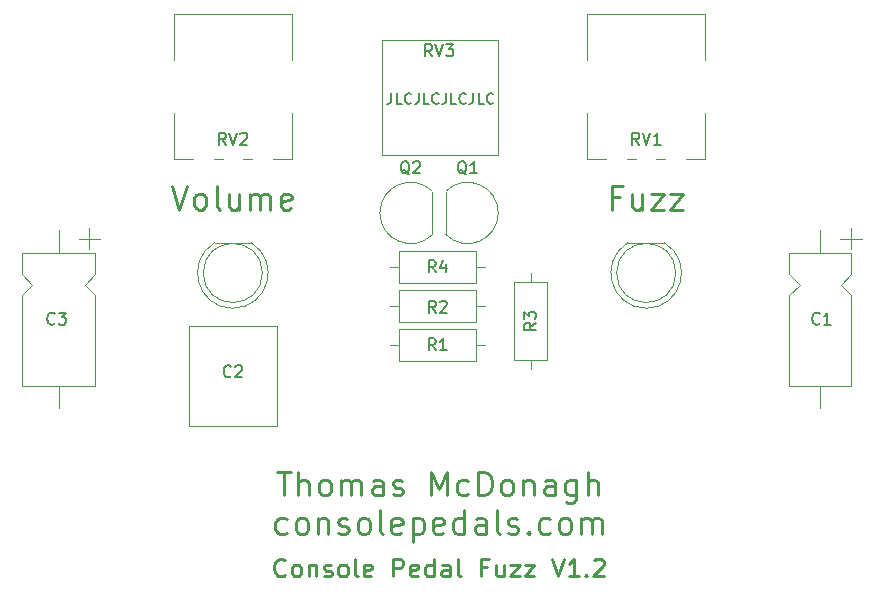
<source format=gbr>
G04 #@! TF.GenerationSoftware,KiCad,Pcbnew,(5.1.7)-1*
G04 #@! TF.CreationDate,2021-09-25T21:03:27-05:00*
G04 #@! TF.ProjectId,ConsolePedalFuzz,436f6e73-6f6c-4655-9065-64616c46757a,rev?*
G04 #@! TF.SameCoordinates,Original*
G04 #@! TF.FileFunction,Legend,Top*
G04 #@! TF.FilePolarity,Positive*
%FSLAX46Y46*%
G04 Gerber Fmt 4.6, Leading zero omitted, Abs format (unit mm)*
G04 Created by KiCad (PCBNEW (5.1.7)-1) date 2021-09-25 21:03:27*
%MOMM*%
%LPD*%
G01*
G04 APERTURE LIST*
%ADD10C,0.150000*%
%ADD11C,0.250000*%
%ADD12C,0.120000*%
G04 APERTURE END LIST*
D10*
X128684857Y-81041142D02*
X128684857Y-81684000D01*
X128642000Y-81812571D01*
X128556285Y-81898285D01*
X128427714Y-81941142D01*
X128342000Y-81941142D01*
X129542000Y-81941142D02*
X129113428Y-81941142D01*
X129113428Y-81041142D01*
X130356285Y-81855428D02*
X130313428Y-81898285D01*
X130184857Y-81941142D01*
X130099142Y-81941142D01*
X129970571Y-81898285D01*
X129884857Y-81812571D01*
X129842000Y-81726857D01*
X129799142Y-81555428D01*
X129799142Y-81426857D01*
X129842000Y-81255428D01*
X129884857Y-81169714D01*
X129970571Y-81084000D01*
X130099142Y-81041142D01*
X130184857Y-81041142D01*
X130313428Y-81084000D01*
X130356285Y-81126857D01*
X130999142Y-81041142D02*
X130999142Y-81684000D01*
X130956285Y-81812571D01*
X130870571Y-81898285D01*
X130742000Y-81941142D01*
X130656285Y-81941142D01*
X131856285Y-81941142D02*
X131427714Y-81941142D01*
X131427714Y-81041142D01*
X132670571Y-81855428D02*
X132627714Y-81898285D01*
X132499142Y-81941142D01*
X132413428Y-81941142D01*
X132284857Y-81898285D01*
X132199142Y-81812571D01*
X132156285Y-81726857D01*
X132113428Y-81555428D01*
X132113428Y-81426857D01*
X132156285Y-81255428D01*
X132199142Y-81169714D01*
X132284857Y-81084000D01*
X132413428Y-81041142D01*
X132499142Y-81041142D01*
X132627714Y-81084000D01*
X132670571Y-81126857D01*
X133313428Y-81041142D02*
X133313428Y-81684000D01*
X133270571Y-81812571D01*
X133184857Y-81898285D01*
X133056285Y-81941142D01*
X132970571Y-81941142D01*
X134170571Y-81941142D02*
X133742000Y-81941142D01*
X133742000Y-81041142D01*
X134984857Y-81855428D02*
X134942000Y-81898285D01*
X134813428Y-81941142D01*
X134727714Y-81941142D01*
X134599142Y-81898285D01*
X134513428Y-81812571D01*
X134470571Y-81726857D01*
X134427714Y-81555428D01*
X134427714Y-81426857D01*
X134470571Y-81255428D01*
X134513428Y-81169714D01*
X134599142Y-81084000D01*
X134727714Y-81041142D01*
X134813428Y-81041142D01*
X134942000Y-81084000D01*
X134984857Y-81126857D01*
X135627714Y-81041142D02*
X135627714Y-81684000D01*
X135584857Y-81812571D01*
X135499142Y-81898285D01*
X135370571Y-81941142D01*
X135284857Y-81941142D01*
X136484857Y-81941142D02*
X136056285Y-81941142D01*
X136056285Y-81041142D01*
X137299142Y-81855428D02*
X137256285Y-81898285D01*
X137127714Y-81941142D01*
X137042000Y-81941142D01*
X136913428Y-81898285D01*
X136827714Y-81812571D01*
X136784857Y-81726857D01*
X136742000Y-81555428D01*
X136742000Y-81426857D01*
X136784857Y-81255428D01*
X136827714Y-81169714D01*
X136913428Y-81084000D01*
X137042000Y-81041142D01*
X137127714Y-81041142D01*
X137256285Y-81084000D01*
X137299142Y-81126857D01*
D11*
X148011904Y-89857142D02*
X147345238Y-89857142D01*
X147345238Y-90904761D02*
X147345238Y-88904761D01*
X148297619Y-88904761D01*
X149916666Y-89571428D02*
X149916666Y-90904761D01*
X149059523Y-89571428D02*
X149059523Y-90619047D01*
X149154761Y-90809523D01*
X149345238Y-90904761D01*
X149630952Y-90904761D01*
X149821428Y-90809523D01*
X149916666Y-90714285D01*
X150678571Y-89571428D02*
X151726190Y-89571428D01*
X150678571Y-90904761D01*
X151726190Y-90904761D01*
X152297619Y-89571428D02*
X153345238Y-89571428D01*
X152297619Y-90904761D01*
X153345238Y-90904761D01*
X110059523Y-88904761D02*
X110726190Y-90904761D01*
X111392857Y-88904761D01*
X112345238Y-90904761D02*
X112154761Y-90809523D01*
X112059523Y-90714285D01*
X111964285Y-90523809D01*
X111964285Y-89952380D01*
X112059523Y-89761904D01*
X112154761Y-89666666D01*
X112345238Y-89571428D01*
X112630952Y-89571428D01*
X112821428Y-89666666D01*
X112916666Y-89761904D01*
X113011904Y-89952380D01*
X113011904Y-90523809D01*
X112916666Y-90714285D01*
X112821428Y-90809523D01*
X112630952Y-90904761D01*
X112345238Y-90904761D01*
X114154761Y-90904761D02*
X113964285Y-90809523D01*
X113869047Y-90619047D01*
X113869047Y-88904761D01*
X115773809Y-89571428D02*
X115773809Y-90904761D01*
X114916666Y-89571428D02*
X114916666Y-90619047D01*
X115011904Y-90809523D01*
X115202380Y-90904761D01*
X115488095Y-90904761D01*
X115678571Y-90809523D01*
X115773809Y-90714285D01*
X116726190Y-90904761D02*
X116726190Y-89571428D01*
X116726190Y-89761904D02*
X116821428Y-89666666D01*
X117011904Y-89571428D01*
X117297619Y-89571428D01*
X117488095Y-89666666D01*
X117583333Y-89857142D01*
X117583333Y-90904761D01*
X117583333Y-89857142D02*
X117678571Y-89666666D01*
X117869047Y-89571428D01*
X118154761Y-89571428D01*
X118345238Y-89666666D01*
X118440476Y-89857142D01*
X118440476Y-90904761D01*
X120154761Y-90809523D02*
X119964285Y-90904761D01*
X119583333Y-90904761D01*
X119392857Y-90809523D01*
X119297619Y-90619047D01*
X119297619Y-89857142D01*
X119392857Y-89666666D01*
X119583333Y-89571428D01*
X119964285Y-89571428D01*
X120154761Y-89666666D01*
X120250000Y-89857142D01*
X120250000Y-90047619D01*
X119297619Y-90238095D01*
X119679285Y-121820714D02*
X119607857Y-121892142D01*
X119393571Y-121963571D01*
X119250714Y-121963571D01*
X119036428Y-121892142D01*
X118893571Y-121749285D01*
X118822142Y-121606428D01*
X118750714Y-121320714D01*
X118750714Y-121106428D01*
X118822142Y-120820714D01*
X118893571Y-120677857D01*
X119036428Y-120535000D01*
X119250714Y-120463571D01*
X119393571Y-120463571D01*
X119607857Y-120535000D01*
X119679285Y-120606428D01*
X120536428Y-121963571D02*
X120393571Y-121892142D01*
X120322142Y-121820714D01*
X120250714Y-121677857D01*
X120250714Y-121249285D01*
X120322142Y-121106428D01*
X120393571Y-121035000D01*
X120536428Y-120963571D01*
X120750714Y-120963571D01*
X120893571Y-121035000D01*
X120965000Y-121106428D01*
X121036428Y-121249285D01*
X121036428Y-121677857D01*
X120965000Y-121820714D01*
X120893571Y-121892142D01*
X120750714Y-121963571D01*
X120536428Y-121963571D01*
X121679285Y-120963571D02*
X121679285Y-121963571D01*
X121679285Y-121106428D02*
X121750714Y-121035000D01*
X121893571Y-120963571D01*
X122107857Y-120963571D01*
X122250714Y-121035000D01*
X122322142Y-121177857D01*
X122322142Y-121963571D01*
X122965000Y-121892142D02*
X123107857Y-121963571D01*
X123393571Y-121963571D01*
X123536428Y-121892142D01*
X123607857Y-121749285D01*
X123607857Y-121677857D01*
X123536428Y-121535000D01*
X123393571Y-121463571D01*
X123179285Y-121463571D01*
X123036428Y-121392142D01*
X122965000Y-121249285D01*
X122965000Y-121177857D01*
X123036428Y-121035000D01*
X123179285Y-120963571D01*
X123393571Y-120963571D01*
X123536428Y-121035000D01*
X124465000Y-121963571D02*
X124322142Y-121892142D01*
X124250714Y-121820714D01*
X124179285Y-121677857D01*
X124179285Y-121249285D01*
X124250714Y-121106428D01*
X124322142Y-121035000D01*
X124465000Y-120963571D01*
X124679285Y-120963571D01*
X124822142Y-121035000D01*
X124893571Y-121106428D01*
X124965000Y-121249285D01*
X124965000Y-121677857D01*
X124893571Y-121820714D01*
X124822142Y-121892142D01*
X124679285Y-121963571D01*
X124465000Y-121963571D01*
X125822142Y-121963571D02*
X125679285Y-121892142D01*
X125607857Y-121749285D01*
X125607857Y-120463571D01*
X126965000Y-121892142D02*
X126822142Y-121963571D01*
X126536428Y-121963571D01*
X126393571Y-121892142D01*
X126322142Y-121749285D01*
X126322142Y-121177857D01*
X126393571Y-121035000D01*
X126536428Y-120963571D01*
X126822142Y-120963571D01*
X126965000Y-121035000D01*
X127036428Y-121177857D01*
X127036428Y-121320714D01*
X126322142Y-121463571D01*
X128822142Y-121963571D02*
X128822142Y-120463571D01*
X129393571Y-120463571D01*
X129536428Y-120535000D01*
X129607857Y-120606428D01*
X129679285Y-120749285D01*
X129679285Y-120963571D01*
X129607857Y-121106428D01*
X129536428Y-121177857D01*
X129393571Y-121249285D01*
X128822142Y-121249285D01*
X130893571Y-121892142D02*
X130750714Y-121963571D01*
X130465000Y-121963571D01*
X130322142Y-121892142D01*
X130250714Y-121749285D01*
X130250714Y-121177857D01*
X130322142Y-121035000D01*
X130465000Y-120963571D01*
X130750714Y-120963571D01*
X130893571Y-121035000D01*
X130965000Y-121177857D01*
X130965000Y-121320714D01*
X130250714Y-121463571D01*
X132250714Y-121963571D02*
X132250714Y-120463571D01*
X132250714Y-121892142D02*
X132107857Y-121963571D01*
X131822142Y-121963571D01*
X131679285Y-121892142D01*
X131607857Y-121820714D01*
X131536428Y-121677857D01*
X131536428Y-121249285D01*
X131607857Y-121106428D01*
X131679285Y-121035000D01*
X131822142Y-120963571D01*
X132107857Y-120963571D01*
X132250714Y-121035000D01*
X133607857Y-121963571D02*
X133607857Y-121177857D01*
X133536428Y-121035000D01*
X133393571Y-120963571D01*
X133107857Y-120963571D01*
X132965000Y-121035000D01*
X133607857Y-121892142D02*
X133465000Y-121963571D01*
X133107857Y-121963571D01*
X132965000Y-121892142D01*
X132893571Y-121749285D01*
X132893571Y-121606428D01*
X132965000Y-121463571D01*
X133107857Y-121392142D01*
X133465000Y-121392142D01*
X133607857Y-121320714D01*
X134536428Y-121963571D02*
X134393571Y-121892142D01*
X134322142Y-121749285D01*
X134322142Y-120463571D01*
X136750714Y-121177857D02*
X136250714Y-121177857D01*
X136250714Y-121963571D02*
X136250714Y-120463571D01*
X136965000Y-120463571D01*
X138179285Y-120963571D02*
X138179285Y-121963571D01*
X137536428Y-120963571D02*
X137536428Y-121749285D01*
X137607857Y-121892142D01*
X137750714Y-121963571D01*
X137965000Y-121963571D01*
X138107857Y-121892142D01*
X138179285Y-121820714D01*
X138750714Y-120963571D02*
X139536428Y-120963571D01*
X138750714Y-121963571D01*
X139536428Y-121963571D01*
X139965000Y-120963571D02*
X140750714Y-120963571D01*
X139965000Y-121963571D01*
X140750714Y-121963571D01*
X142250714Y-120463571D02*
X142750714Y-121963571D01*
X143250714Y-120463571D01*
X144536428Y-121963571D02*
X143679285Y-121963571D01*
X144107857Y-121963571D02*
X144107857Y-120463571D01*
X143965000Y-120677857D01*
X143822142Y-120820714D01*
X143679285Y-120892142D01*
X145179285Y-121820714D02*
X145250714Y-121892142D01*
X145179285Y-121963571D01*
X145107857Y-121892142D01*
X145179285Y-121820714D01*
X145179285Y-121963571D01*
X145822142Y-120606428D02*
X145893571Y-120535000D01*
X146036428Y-120463571D01*
X146393571Y-120463571D01*
X146536428Y-120535000D01*
X146607857Y-120606428D01*
X146679285Y-120749285D01*
X146679285Y-120892142D01*
X146607857Y-121106428D01*
X145750714Y-121963571D01*
X146679285Y-121963571D01*
X119000714Y-113103761D02*
X120143571Y-113103761D01*
X119572142Y-115103761D02*
X119572142Y-113103761D01*
X120810238Y-115103761D02*
X120810238Y-113103761D01*
X121667380Y-115103761D02*
X121667380Y-114056142D01*
X121572142Y-113865666D01*
X121381666Y-113770428D01*
X121095952Y-113770428D01*
X120905476Y-113865666D01*
X120810238Y-113960904D01*
X122905476Y-115103761D02*
X122715000Y-115008523D01*
X122619761Y-114913285D01*
X122524523Y-114722809D01*
X122524523Y-114151380D01*
X122619761Y-113960904D01*
X122715000Y-113865666D01*
X122905476Y-113770428D01*
X123191190Y-113770428D01*
X123381666Y-113865666D01*
X123476904Y-113960904D01*
X123572142Y-114151380D01*
X123572142Y-114722809D01*
X123476904Y-114913285D01*
X123381666Y-115008523D01*
X123191190Y-115103761D01*
X122905476Y-115103761D01*
X124429285Y-115103761D02*
X124429285Y-113770428D01*
X124429285Y-113960904D02*
X124524523Y-113865666D01*
X124715000Y-113770428D01*
X125000714Y-113770428D01*
X125191190Y-113865666D01*
X125286428Y-114056142D01*
X125286428Y-115103761D01*
X125286428Y-114056142D02*
X125381666Y-113865666D01*
X125572142Y-113770428D01*
X125857857Y-113770428D01*
X126048333Y-113865666D01*
X126143571Y-114056142D01*
X126143571Y-115103761D01*
X127953095Y-115103761D02*
X127953095Y-114056142D01*
X127857857Y-113865666D01*
X127667380Y-113770428D01*
X127286428Y-113770428D01*
X127095952Y-113865666D01*
X127953095Y-115008523D02*
X127762619Y-115103761D01*
X127286428Y-115103761D01*
X127095952Y-115008523D01*
X127000714Y-114818047D01*
X127000714Y-114627571D01*
X127095952Y-114437095D01*
X127286428Y-114341857D01*
X127762619Y-114341857D01*
X127953095Y-114246619D01*
X128810238Y-115008523D02*
X129000714Y-115103761D01*
X129381666Y-115103761D01*
X129572142Y-115008523D01*
X129667380Y-114818047D01*
X129667380Y-114722809D01*
X129572142Y-114532333D01*
X129381666Y-114437095D01*
X129095952Y-114437095D01*
X128905476Y-114341857D01*
X128810238Y-114151380D01*
X128810238Y-114056142D01*
X128905476Y-113865666D01*
X129095952Y-113770428D01*
X129381666Y-113770428D01*
X129572142Y-113865666D01*
X132048333Y-115103761D02*
X132048333Y-113103761D01*
X132715000Y-114532333D01*
X133381666Y-113103761D01*
X133381666Y-115103761D01*
X135191190Y-115008523D02*
X135000714Y-115103761D01*
X134619761Y-115103761D01*
X134429285Y-115008523D01*
X134334047Y-114913285D01*
X134238809Y-114722809D01*
X134238809Y-114151380D01*
X134334047Y-113960904D01*
X134429285Y-113865666D01*
X134619761Y-113770428D01*
X135000714Y-113770428D01*
X135191190Y-113865666D01*
X136048333Y-115103761D02*
X136048333Y-113103761D01*
X136524523Y-113103761D01*
X136810238Y-113199000D01*
X137000714Y-113389476D01*
X137095952Y-113579952D01*
X137191190Y-113960904D01*
X137191190Y-114246619D01*
X137095952Y-114627571D01*
X137000714Y-114818047D01*
X136810238Y-115008523D01*
X136524523Y-115103761D01*
X136048333Y-115103761D01*
X138334047Y-115103761D02*
X138143571Y-115008523D01*
X138048333Y-114913285D01*
X137953095Y-114722809D01*
X137953095Y-114151380D01*
X138048333Y-113960904D01*
X138143571Y-113865666D01*
X138334047Y-113770428D01*
X138619761Y-113770428D01*
X138810238Y-113865666D01*
X138905476Y-113960904D01*
X139000714Y-114151380D01*
X139000714Y-114722809D01*
X138905476Y-114913285D01*
X138810238Y-115008523D01*
X138619761Y-115103761D01*
X138334047Y-115103761D01*
X139857857Y-113770428D02*
X139857857Y-115103761D01*
X139857857Y-113960904D02*
X139953095Y-113865666D01*
X140143571Y-113770428D01*
X140429285Y-113770428D01*
X140619761Y-113865666D01*
X140715000Y-114056142D01*
X140715000Y-115103761D01*
X142524523Y-115103761D02*
X142524523Y-114056142D01*
X142429285Y-113865666D01*
X142238809Y-113770428D01*
X141857857Y-113770428D01*
X141667380Y-113865666D01*
X142524523Y-115008523D02*
X142334047Y-115103761D01*
X141857857Y-115103761D01*
X141667380Y-115008523D01*
X141572142Y-114818047D01*
X141572142Y-114627571D01*
X141667380Y-114437095D01*
X141857857Y-114341857D01*
X142334047Y-114341857D01*
X142524523Y-114246619D01*
X144334047Y-113770428D02*
X144334047Y-115389476D01*
X144238809Y-115579952D01*
X144143571Y-115675190D01*
X143953095Y-115770428D01*
X143667380Y-115770428D01*
X143476904Y-115675190D01*
X144334047Y-115008523D02*
X144143571Y-115103761D01*
X143762619Y-115103761D01*
X143572142Y-115008523D01*
X143476904Y-114913285D01*
X143381666Y-114722809D01*
X143381666Y-114151380D01*
X143476904Y-113960904D01*
X143572142Y-113865666D01*
X143762619Y-113770428D01*
X144143571Y-113770428D01*
X144334047Y-113865666D01*
X145286428Y-115103761D02*
X145286428Y-113103761D01*
X146143571Y-115103761D02*
X146143571Y-114056142D01*
X146048333Y-113865666D01*
X145857857Y-113770428D01*
X145572142Y-113770428D01*
X145381666Y-113865666D01*
X145286428Y-113960904D01*
X119810238Y-118258523D02*
X119619761Y-118353761D01*
X119238809Y-118353761D01*
X119048333Y-118258523D01*
X118953095Y-118163285D01*
X118857857Y-117972809D01*
X118857857Y-117401380D01*
X118953095Y-117210904D01*
X119048333Y-117115666D01*
X119238809Y-117020428D01*
X119619761Y-117020428D01*
X119810238Y-117115666D01*
X120953095Y-118353761D02*
X120762619Y-118258523D01*
X120667380Y-118163285D01*
X120572142Y-117972809D01*
X120572142Y-117401380D01*
X120667380Y-117210904D01*
X120762619Y-117115666D01*
X120953095Y-117020428D01*
X121238809Y-117020428D01*
X121429285Y-117115666D01*
X121524523Y-117210904D01*
X121619761Y-117401380D01*
X121619761Y-117972809D01*
X121524523Y-118163285D01*
X121429285Y-118258523D01*
X121238809Y-118353761D01*
X120953095Y-118353761D01*
X122476904Y-117020428D02*
X122476904Y-118353761D01*
X122476904Y-117210904D02*
X122572142Y-117115666D01*
X122762619Y-117020428D01*
X123048333Y-117020428D01*
X123238809Y-117115666D01*
X123334047Y-117306142D01*
X123334047Y-118353761D01*
X124191190Y-118258523D02*
X124381666Y-118353761D01*
X124762619Y-118353761D01*
X124953095Y-118258523D01*
X125048333Y-118068047D01*
X125048333Y-117972809D01*
X124953095Y-117782333D01*
X124762619Y-117687095D01*
X124476904Y-117687095D01*
X124286428Y-117591857D01*
X124191190Y-117401380D01*
X124191190Y-117306142D01*
X124286428Y-117115666D01*
X124476904Y-117020428D01*
X124762619Y-117020428D01*
X124953095Y-117115666D01*
X126191190Y-118353761D02*
X126000714Y-118258523D01*
X125905476Y-118163285D01*
X125810238Y-117972809D01*
X125810238Y-117401380D01*
X125905476Y-117210904D01*
X126000714Y-117115666D01*
X126191190Y-117020428D01*
X126476904Y-117020428D01*
X126667380Y-117115666D01*
X126762619Y-117210904D01*
X126857857Y-117401380D01*
X126857857Y-117972809D01*
X126762619Y-118163285D01*
X126667380Y-118258523D01*
X126476904Y-118353761D01*
X126191190Y-118353761D01*
X128000714Y-118353761D02*
X127810238Y-118258523D01*
X127715000Y-118068047D01*
X127715000Y-116353761D01*
X129524523Y-118258523D02*
X129334047Y-118353761D01*
X128953095Y-118353761D01*
X128762619Y-118258523D01*
X128667380Y-118068047D01*
X128667380Y-117306142D01*
X128762619Y-117115666D01*
X128953095Y-117020428D01*
X129334047Y-117020428D01*
X129524523Y-117115666D01*
X129619761Y-117306142D01*
X129619761Y-117496619D01*
X128667380Y-117687095D01*
X130476904Y-117020428D02*
X130476904Y-119020428D01*
X130476904Y-117115666D02*
X130667380Y-117020428D01*
X131048333Y-117020428D01*
X131238809Y-117115666D01*
X131334047Y-117210904D01*
X131429285Y-117401380D01*
X131429285Y-117972809D01*
X131334047Y-118163285D01*
X131238809Y-118258523D01*
X131048333Y-118353761D01*
X130667380Y-118353761D01*
X130476904Y-118258523D01*
X133048333Y-118258523D02*
X132857857Y-118353761D01*
X132476904Y-118353761D01*
X132286428Y-118258523D01*
X132191190Y-118068047D01*
X132191190Y-117306142D01*
X132286428Y-117115666D01*
X132476904Y-117020428D01*
X132857857Y-117020428D01*
X133048333Y-117115666D01*
X133143571Y-117306142D01*
X133143571Y-117496619D01*
X132191190Y-117687095D01*
X134857857Y-118353761D02*
X134857857Y-116353761D01*
X134857857Y-118258523D02*
X134667380Y-118353761D01*
X134286428Y-118353761D01*
X134095952Y-118258523D01*
X134000714Y-118163285D01*
X133905476Y-117972809D01*
X133905476Y-117401380D01*
X134000714Y-117210904D01*
X134095952Y-117115666D01*
X134286428Y-117020428D01*
X134667380Y-117020428D01*
X134857857Y-117115666D01*
X136667380Y-118353761D02*
X136667380Y-117306142D01*
X136572142Y-117115666D01*
X136381666Y-117020428D01*
X136000714Y-117020428D01*
X135810238Y-117115666D01*
X136667380Y-118258523D02*
X136476904Y-118353761D01*
X136000714Y-118353761D01*
X135810238Y-118258523D01*
X135715000Y-118068047D01*
X135715000Y-117877571D01*
X135810238Y-117687095D01*
X136000714Y-117591857D01*
X136476904Y-117591857D01*
X136667380Y-117496619D01*
X137905476Y-118353761D02*
X137715000Y-118258523D01*
X137619761Y-118068047D01*
X137619761Y-116353761D01*
X138572142Y-118258523D02*
X138762619Y-118353761D01*
X139143571Y-118353761D01*
X139334047Y-118258523D01*
X139429285Y-118068047D01*
X139429285Y-117972809D01*
X139334047Y-117782333D01*
X139143571Y-117687095D01*
X138857857Y-117687095D01*
X138667380Y-117591857D01*
X138572142Y-117401380D01*
X138572142Y-117306142D01*
X138667380Y-117115666D01*
X138857857Y-117020428D01*
X139143571Y-117020428D01*
X139334047Y-117115666D01*
X140286428Y-118163285D02*
X140381666Y-118258523D01*
X140286428Y-118353761D01*
X140191190Y-118258523D01*
X140286428Y-118163285D01*
X140286428Y-118353761D01*
X142095952Y-118258523D02*
X141905476Y-118353761D01*
X141524523Y-118353761D01*
X141334047Y-118258523D01*
X141238809Y-118163285D01*
X141143571Y-117972809D01*
X141143571Y-117401380D01*
X141238809Y-117210904D01*
X141334047Y-117115666D01*
X141524523Y-117020428D01*
X141905476Y-117020428D01*
X142095952Y-117115666D01*
X143238809Y-118353761D02*
X143048333Y-118258523D01*
X142953095Y-118163285D01*
X142857857Y-117972809D01*
X142857857Y-117401380D01*
X142953095Y-117210904D01*
X143048333Y-117115666D01*
X143238809Y-117020428D01*
X143524523Y-117020428D01*
X143715000Y-117115666D01*
X143810238Y-117210904D01*
X143905476Y-117401380D01*
X143905476Y-117972809D01*
X143810238Y-118163285D01*
X143715000Y-118258523D01*
X143524523Y-118353761D01*
X143238809Y-118353761D01*
X144762619Y-118353761D02*
X144762619Y-117020428D01*
X144762619Y-117210904D02*
X144857857Y-117115666D01*
X145048333Y-117020428D01*
X145334047Y-117020428D01*
X145524523Y-117115666D01*
X145619761Y-117306142D01*
X145619761Y-118353761D01*
X145619761Y-117306142D02*
X145715000Y-117115666D01*
X145905476Y-117020428D01*
X146191190Y-117020428D01*
X146381666Y-117115666D01*
X146476904Y-117306142D01*
X146476904Y-118353761D01*
D12*
G04 #@! TO.C,D1*
X117750000Y-96270000D02*
G75*
G03*
X117750000Y-96270000I-2500000J0D01*
G01*
X116795000Y-93710000D02*
X113705000Y-93710000D01*
X115249538Y-99260000D02*
G75*
G03*
X116794830Y-93710000I462J2990000D01*
G01*
X115250462Y-99260000D02*
G75*
G02*
X113705170Y-93710000I-462J2990000D01*
G01*
G04 #@! TO.C,D2*
X151795000Y-93710000D02*
X148705000Y-93710000D01*
X152750000Y-96270000D02*
G75*
G03*
X152750000Y-96270000I-2500000J0D01*
G01*
X150250462Y-99260000D02*
G75*
G02*
X148705170Y-93710000I-462J2990000D01*
G01*
X150249538Y-99260000D02*
G75*
G03*
X151794830Y-93710000I462J2990000D01*
G01*
G04 #@! TO.C,Q1*
X133278000Y-89386000D02*
X133278000Y-92986000D01*
X133289522Y-89347522D02*
G75*
G02*
X137728000Y-91186000I1838478J-1838478D01*
G01*
X133289522Y-93024478D02*
G75*
G03*
X137728000Y-91186000I1838478J1838478D01*
G01*
G04 #@! TO.C,Q2*
X132152000Y-92986000D02*
X132152000Y-89386000D01*
X132140478Y-89347522D02*
G75*
G03*
X127702000Y-91186000I-1838478J-1838478D01*
G01*
X132140478Y-93024478D02*
G75*
G02*
X127702000Y-91186000I-1838478J1838478D01*
G01*
G04 #@! TO.C,RV1*
X145280000Y-86620000D02*
X145280000Y-82755000D01*
X145280000Y-78245000D02*
X145280000Y-74380000D01*
X155220000Y-86620000D02*
X155220000Y-82755000D01*
X155220000Y-78245000D02*
X155220000Y-74380000D01*
X145280000Y-86620000D02*
X146879000Y-86620000D01*
X148621000Y-86620000D02*
X149380000Y-86620000D01*
X151121000Y-86620000D02*
X151880000Y-86620000D01*
X153620000Y-86620000D02*
X155220000Y-86620000D01*
X145280000Y-74380000D02*
X155220000Y-74380000D01*
G04 #@! TO.C,RV2*
X110280000Y-74380000D02*
X120220000Y-74380000D01*
X118620000Y-86620000D02*
X120220000Y-86620000D01*
X116121000Y-86620000D02*
X116880000Y-86620000D01*
X113621000Y-86620000D02*
X114380000Y-86620000D01*
X110280000Y-86620000D02*
X111879000Y-86620000D01*
X120220000Y-78245000D02*
X120220000Y-74380000D01*
X120220000Y-86620000D02*
X120220000Y-82755000D01*
X110280000Y-78245000D02*
X110280000Y-74380000D01*
X110280000Y-86620000D02*
X110280000Y-82755000D01*
G04 #@! TO.C,R1*
X128548000Y-102362000D02*
X129318000Y-102362000D01*
X136628000Y-102362000D02*
X135858000Y-102362000D01*
X129318000Y-103732000D02*
X135858000Y-103732000D01*
X129318000Y-100992000D02*
X129318000Y-103732000D01*
X135858000Y-100992000D02*
X129318000Y-100992000D01*
X135858000Y-103732000D02*
X135858000Y-100992000D01*
G04 #@! TO.C,R2*
X135858000Y-100430000D02*
X135858000Y-97690000D01*
X135858000Y-97690000D02*
X129318000Y-97690000D01*
X129318000Y-97690000D02*
X129318000Y-100430000D01*
X129318000Y-100430000D02*
X135858000Y-100430000D01*
X136628000Y-99060000D02*
X135858000Y-99060000D01*
X128548000Y-99060000D02*
X129318000Y-99060000D01*
G04 #@! TO.C,R3*
X139092000Y-103600000D02*
X141832000Y-103600000D01*
X141832000Y-103600000D02*
X141832000Y-97060000D01*
X141832000Y-97060000D02*
X139092000Y-97060000D01*
X139092000Y-97060000D02*
X139092000Y-103600000D01*
X140462000Y-104370000D02*
X140462000Y-103600000D01*
X140462000Y-96290000D02*
X140462000Y-97060000D01*
G04 #@! TO.C,R4*
X135858000Y-97128000D02*
X135858000Y-94388000D01*
X135858000Y-94388000D02*
X129318000Y-94388000D01*
X129318000Y-94388000D02*
X129318000Y-97128000D01*
X129318000Y-97128000D02*
X135858000Y-97128000D01*
X136628000Y-95758000D02*
X135858000Y-95758000D01*
X128548000Y-95758000D02*
X129318000Y-95758000D01*
G04 #@! TO.C,RV3*
X137675000Y-76510000D02*
X137675000Y-86280000D01*
X127905000Y-76510000D02*
X127905000Y-86280000D01*
X137675000Y-76510000D02*
X127905000Y-76510000D01*
X137675000Y-86280000D02*
X127905000Y-86280000D01*
G04 #@! TO.C,C1*
X165000000Y-107746000D02*
X165000000Y-105806000D01*
X165000000Y-92626000D02*
X165000000Y-94566000D01*
X162380000Y-98166000D02*
X162380000Y-105806000D01*
X163280000Y-97266000D02*
X162380000Y-98166000D01*
X162380000Y-96366000D02*
X163280000Y-97266000D01*
X162380000Y-94566000D02*
X162380000Y-96366000D01*
X167620000Y-98166000D02*
X167620000Y-105806000D01*
X166720000Y-97266000D02*
X167620000Y-98166000D01*
X167620000Y-96366000D02*
X166720000Y-97266000D01*
X167620000Y-94566000D02*
X167620000Y-96366000D01*
X167620000Y-105806000D02*
X162380000Y-105806000D01*
X167620000Y-94566000D02*
X162380000Y-94566000D01*
X168500000Y-93366000D02*
X166700000Y-93366000D01*
X167600000Y-92466000D02*
X167600000Y-94266000D01*
G04 #@! TO.C,C3*
X100500000Y-107746000D02*
X100500000Y-105806000D01*
X100500000Y-92626000D02*
X100500000Y-94566000D01*
X97380000Y-98166000D02*
X97380000Y-105806000D01*
X98280000Y-97266000D02*
X97380000Y-98166000D01*
X97380000Y-96366000D02*
X98280000Y-97266000D01*
X97380000Y-94566000D02*
X97380000Y-96366000D01*
X103620000Y-98166000D02*
X103620000Y-105806000D01*
X102720000Y-97266000D02*
X103620000Y-98166000D01*
X103620000Y-96366000D02*
X102720000Y-97266000D01*
X103620000Y-94566000D02*
X103620000Y-96366000D01*
X103620000Y-105806000D02*
X97380000Y-105806000D01*
X103620000Y-94566000D02*
X97380000Y-94566000D01*
X104000000Y-93366000D02*
X102200000Y-93366000D01*
X103100000Y-92466000D02*
X103100000Y-94266000D01*
G04 #@! TO.C,C2*
X118970000Y-100738000D02*
X118970000Y-109228000D01*
X111530000Y-100738000D02*
X111530000Y-109228000D01*
X111530000Y-109228000D02*
X118970000Y-109228000D01*
X111530000Y-100738000D02*
X118970000Y-100738000D01*
G04 #@! TO.C,Q1*
D10*
X135032761Y-87923619D02*
X134937523Y-87876000D01*
X134842285Y-87780761D01*
X134699428Y-87637904D01*
X134604190Y-87590285D01*
X134508952Y-87590285D01*
X134556571Y-87828380D02*
X134461333Y-87780761D01*
X134366095Y-87685523D01*
X134318476Y-87495047D01*
X134318476Y-87161714D01*
X134366095Y-86971238D01*
X134461333Y-86876000D01*
X134556571Y-86828380D01*
X134747047Y-86828380D01*
X134842285Y-86876000D01*
X134937523Y-86971238D01*
X134985142Y-87161714D01*
X134985142Y-87495047D01*
X134937523Y-87685523D01*
X134842285Y-87780761D01*
X134747047Y-87828380D01*
X134556571Y-87828380D01*
X135937523Y-87828380D02*
X135366095Y-87828380D01*
X135651809Y-87828380D02*
X135651809Y-86828380D01*
X135556571Y-86971238D01*
X135461333Y-87066476D01*
X135366095Y-87114095D01*
G04 #@! TO.C,Q2*
X130206761Y-87923619D02*
X130111523Y-87876000D01*
X130016285Y-87780761D01*
X129873428Y-87637904D01*
X129778190Y-87590285D01*
X129682952Y-87590285D01*
X129730571Y-87828380D02*
X129635333Y-87780761D01*
X129540095Y-87685523D01*
X129492476Y-87495047D01*
X129492476Y-87161714D01*
X129540095Y-86971238D01*
X129635333Y-86876000D01*
X129730571Y-86828380D01*
X129921047Y-86828380D01*
X130016285Y-86876000D01*
X130111523Y-86971238D01*
X130159142Y-87161714D01*
X130159142Y-87495047D01*
X130111523Y-87685523D01*
X130016285Y-87780761D01*
X129921047Y-87828380D01*
X129730571Y-87828380D01*
X130540095Y-86923619D02*
X130587714Y-86876000D01*
X130682952Y-86828380D01*
X130921047Y-86828380D01*
X131016285Y-86876000D01*
X131063904Y-86923619D01*
X131111523Y-87018857D01*
X131111523Y-87114095D01*
X131063904Y-87256952D01*
X130492476Y-87828380D01*
X131111523Y-87828380D01*
G04 #@! TO.C,RV1*
X149654761Y-85412380D02*
X149321428Y-84936190D01*
X149083333Y-85412380D02*
X149083333Y-84412380D01*
X149464285Y-84412380D01*
X149559523Y-84460000D01*
X149607142Y-84507619D01*
X149654761Y-84602857D01*
X149654761Y-84745714D01*
X149607142Y-84840952D01*
X149559523Y-84888571D01*
X149464285Y-84936190D01*
X149083333Y-84936190D01*
X149940476Y-84412380D02*
X150273809Y-85412380D01*
X150607142Y-84412380D01*
X151464285Y-85412380D02*
X150892857Y-85412380D01*
X151178571Y-85412380D02*
X151178571Y-84412380D01*
X151083333Y-84555238D01*
X150988095Y-84650476D01*
X150892857Y-84698095D01*
G04 #@! TO.C,RV2*
X114654761Y-85412380D02*
X114321428Y-84936190D01*
X114083333Y-85412380D02*
X114083333Y-84412380D01*
X114464285Y-84412380D01*
X114559523Y-84460000D01*
X114607142Y-84507619D01*
X114654761Y-84602857D01*
X114654761Y-84745714D01*
X114607142Y-84840952D01*
X114559523Y-84888571D01*
X114464285Y-84936190D01*
X114083333Y-84936190D01*
X114940476Y-84412380D02*
X115273809Y-85412380D01*
X115607142Y-84412380D01*
X115892857Y-84507619D02*
X115940476Y-84460000D01*
X116035714Y-84412380D01*
X116273809Y-84412380D01*
X116369047Y-84460000D01*
X116416666Y-84507619D01*
X116464285Y-84602857D01*
X116464285Y-84698095D01*
X116416666Y-84840952D01*
X115845238Y-85412380D01*
X116464285Y-85412380D01*
G04 #@! TO.C,R1*
X132421333Y-102814380D02*
X132088000Y-102338190D01*
X131849904Y-102814380D02*
X131849904Y-101814380D01*
X132230857Y-101814380D01*
X132326095Y-101862000D01*
X132373714Y-101909619D01*
X132421333Y-102004857D01*
X132421333Y-102147714D01*
X132373714Y-102242952D01*
X132326095Y-102290571D01*
X132230857Y-102338190D01*
X131849904Y-102338190D01*
X133373714Y-102814380D02*
X132802285Y-102814380D01*
X133088000Y-102814380D02*
X133088000Y-101814380D01*
X132992761Y-101957238D01*
X132897523Y-102052476D01*
X132802285Y-102100095D01*
G04 #@! TO.C,R2*
X132421333Y-99639380D02*
X132088000Y-99163190D01*
X131849904Y-99639380D02*
X131849904Y-98639380D01*
X132230857Y-98639380D01*
X132326095Y-98687000D01*
X132373714Y-98734619D01*
X132421333Y-98829857D01*
X132421333Y-98972714D01*
X132373714Y-99067952D01*
X132326095Y-99115571D01*
X132230857Y-99163190D01*
X131849904Y-99163190D01*
X132802285Y-98734619D02*
X132849904Y-98687000D01*
X132945142Y-98639380D01*
X133183238Y-98639380D01*
X133278476Y-98687000D01*
X133326095Y-98734619D01*
X133373714Y-98829857D01*
X133373714Y-98925095D01*
X133326095Y-99067952D01*
X132754666Y-99639380D01*
X133373714Y-99639380D01*
G04 #@! TO.C,R3*
X140914380Y-100496666D02*
X140438190Y-100830000D01*
X140914380Y-101068095D02*
X139914380Y-101068095D01*
X139914380Y-100687142D01*
X139962000Y-100591904D01*
X140009619Y-100544285D01*
X140104857Y-100496666D01*
X140247714Y-100496666D01*
X140342952Y-100544285D01*
X140390571Y-100591904D01*
X140438190Y-100687142D01*
X140438190Y-101068095D01*
X139914380Y-100163333D02*
X139914380Y-99544285D01*
X140295333Y-99877619D01*
X140295333Y-99734761D01*
X140342952Y-99639523D01*
X140390571Y-99591904D01*
X140485809Y-99544285D01*
X140723904Y-99544285D01*
X140819142Y-99591904D01*
X140866761Y-99639523D01*
X140914380Y-99734761D01*
X140914380Y-100020476D01*
X140866761Y-100115714D01*
X140819142Y-100163333D01*
G04 #@! TO.C,R4*
X132421333Y-96210380D02*
X132088000Y-95734190D01*
X131849904Y-96210380D02*
X131849904Y-95210380D01*
X132230857Y-95210380D01*
X132326095Y-95258000D01*
X132373714Y-95305619D01*
X132421333Y-95400857D01*
X132421333Y-95543714D01*
X132373714Y-95638952D01*
X132326095Y-95686571D01*
X132230857Y-95734190D01*
X131849904Y-95734190D01*
X133278476Y-95543714D02*
X133278476Y-96210380D01*
X133040380Y-95162761D02*
X132802285Y-95877047D01*
X133421333Y-95877047D01*
G04 #@! TO.C,RV3*
X132119761Y-77922380D02*
X131786428Y-77446190D01*
X131548333Y-77922380D02*
X131548333Y-76922380D01*
X131929285Y-76922380D01*
X132024523Y-76970000D01*
X132072142Y-77017619D01*
X132119761Y-77112857D01*
X132119761Y-77255714D01*
X132072142Y-77350952D01*
X132024523Y-77398571D01*
X131929285Y-77446190D01*
X131548333Y-77446190D01*
X132405476Y-76922380D02*
X132738809Y-77922380D01*
X133072142Y-76922380D01*
X133310238Y-76922380D02*
X133929285Y-76922380D01*
X133595952Y-77303333D01*
X133738809Y-77303333D01*
X133834047Y-77350952D01*
X133881666Y-77398571D01*
X133929285Y-77493809D01*
X133929285Y-77731904D01*
X133881666Y-77827142D01*
X133834047Y-77874761D01*
X133738809Y-77922380D01*
X133453095Y-77922380D01*
X133357857Y-77874761D01*
X133310238Y-77827142D01*
G04 #@! TO.C,C1*
X164933333Y-100543142D02*
X164885714Y-100590761D01*
X164742857Y-100638380D01*
X164647619Y-100638380D01*
X164504761Y-100590761D01*
X164409523Y-100495523D01*
X164361904Y-100400285D01*
X164314285Y-100209809D01*
X164314285Y-100066952D01*
X164361904Y-99876476D01*
X164409523Y-99781238D01*
X164504761Y-99686000D01*
X164647619Y-99638380D01*
X164742857Y-99638380D01*
X164885714Y-99686000D01*
X164933333Y-99733619D01*
X165885714Y-100638380D02*
X165314285Y-100638380D01*
X165600000Y-100638380D02*
X165600000Y-99638380D01*
X165504761Y-99781238D01*
X165409523Y-99876476D01*
X165314285Y-99924095D01*
G04 #@! TO.C,C3*
X100163333Y-100543142D02*
X100115714Y-100590761D01*
X99972857Y-100638380D01*
X99877619Y-100638380D01*
X99734761Y-100590761D01*
X99639523Y-100495523D01*
X99591904Y-100400285D01*
X99544285Y-100209809D01*
X99544285Y-100066952D01*
X99591904Y-99876476D01*
X99639523Y-99781238D01*
X99734761Y-99686000D01*
X99877619Y-99638380D01*
X99972857Y-99638380D01*
X100115714Y-99686000D01*
X100163333Y-99733619D01*
X100496666Y-99638380D02*
X101115714Y-99638380D01*
X100782380Y-100019333D01*
X100925238Y-100019333D01*
X101020476Y-100066952D01*
X101068095Y-100114571D01*
X101115714Y-100209809D01*
X101115714Y-100447904D01*
X101068095Y-100543142D01*
X101020476Y-100590761D01*
X100925238Y-100638380D01*
X100639523Y-100638380D01*
X100544285Y-100590761D01*
X100496666Y-100543142D01*
G04 #@! TO.C,C2*
X115083333Y-105005142D02*
X115035714Y-105052761D01*
X114892857Y-105100380D01*
X114797619Y-105100380D01*
X114654761Y-105052761D01*
X114559523Y-104957523D01*
X114511904Y-104862285D01*
X114464285Y-104671809D01*
X114464285Y-104528952D01*
X114511904Y-104338476D01*
X114559523Y-104243238D01*
X114654761Y-104148000D01*
X114797619Y-104100380D01*
X114892857Y-104100380D01*
X115035714Y-104148000D01*
X115083333Y-104195619D01*
X115464285Y-104195619D02*
X115511904Y-104148000D01*
X115607142Y-104100380D01*
X115845238Y-104100380D01*
X115940476Y-104148000D01*
X115988095Y-104195619D01*
X116035714Y-104290857D01*
X116035714Y-104386095D01*
X115988095Y-104528952D01*
X115416666Y-105100380D01*
X116035714Y-105100380D01*
G04 #@! TD*
M02*

</source>
